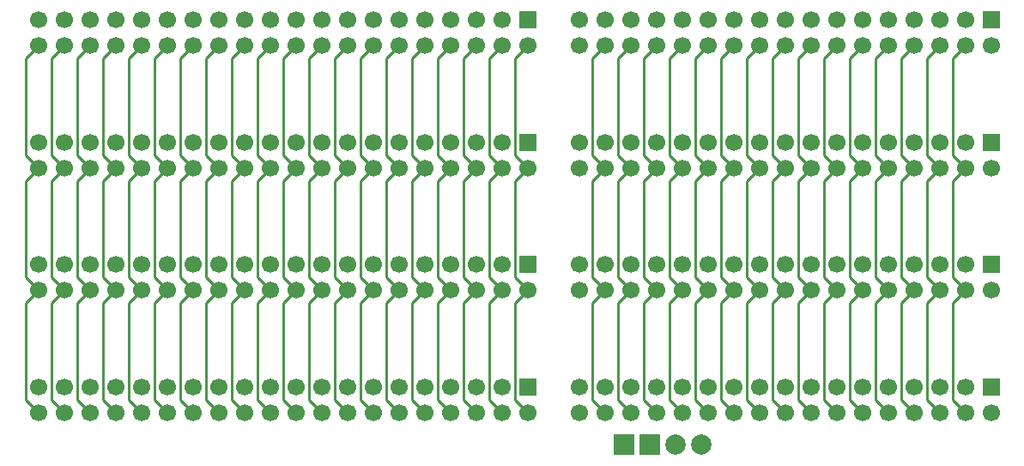
<source format=gbr>
G04 DipTrace 4.3.0.5*
G04 2 - Bottom.gbr*
%MOMM*%
G04 #@! TF.FileFunction,Copper,L2,Bot*
G04 #@! TF.Part,Single*
G04 #@! TA.AperFunction,Conductor*
%ADD10C,0.25*%
G04 #@! TA.AperFunction,ComponentPad*
%ADD18R,1.7X1.7*%
%ADD19C,1.7*%
%ADD20R,2.0X2.0*%
%ADD21C,2.0*%
%FSLAX35Y35*%
G04*
G71*
G90*
G75*
G01*
G04 Bottom*
%LPD*%
X4445000Y-254000D2*
D10*
X4318000Y-381000D1*
Y-1333500D1*
X4445000Y-1460500D1*
X4318000Y-1587500D1*
Y-2540000D1*
X4445000Y-2667000D1*
X4318000Y-2794000D1*
Y-3746500D1*
X4445000Y-3873500D1*
X4191000Y-254000D2*
X4064000Y-381000D1*
Y-1333500D1*
X4191000Y-1460500D1*
X4064000Y-1587500D1*
Y-2540000D1*
X4191000Y-2667000D1*
X4064000Y-2794000D1*
Y-3746500D1*
X4191000Y-3873500D1*
X3937000Y-254000D2*
X3810000Y-381000D1*
Y-1333500D1*
X3937000Y-1460500D1*
X3810000Y-1587500D1*
Y-2540000D1*
X3937000Y-2667000D1*
X3810000Y-2794000D1*
Y-3746500D1*
X3937000Y-3873500D1*
X3683000Y-254000D2*
X3556000Y-381000D1*
Y-1333500D1*
X3683000Y-1460500D1*
X3556000Y-1587500D1*
Y-2540000D1*
X3683000Y-2667000D1*
X3556000Y-2794000D1*
Y-3746500D1*
X3683000Y-3873500D1*
X3429000Y-254000D2*
X3302000Y-381000D1*
Y-1333500D1*
X3429000Y-1460500D1*
X3302000Y-1587500D1*
Y-2540000D1*
X3429000Y-2667000D1*
X3302000Y-2794000D1*
Y-3746500D1*
X3429000Y-3873500D1*
X3175000Y-254000D2*
X3048000Y-381000D1*
Y-1333500D1*
X3175000Y-1460500D1*
X3048000Y-1587500D1*
Y-2540000D1*
X3175000Y-2667000D1*
X3048000Y-2794000D1*
Y-3746500D1*
X3175000Y-3873500D1*
X2921000Y-254000D2*
X2794000Y-381000D1*
Y-1333500D1*
X2921000Y-1460500D1*
X2794000Y-1587500D1*
Y-2540000D1*
X2921000Y-2667000D1*
X2794000Y-2794000D1*
Y-3746500D1*
X2921000Y-3873500D1*
X2667000Y-254000D2*
X2540000Y-381000D1*
Y-1333500D1*
X2667000Y-1460500D1*
X2540000Y-1587500D1*
Y-2540000D1*
X2667000Y-2667000D1*
X2540000Y-2794000D1*
Y-3746500D1*
X2667000Y-3873500D1*
X2413000Y-254000D2*
X2286000Y-381000D1*
Y-1333500D1*
X2413000Y-1460500D1*
X2286000Y-1587500D1*
Y-2540000D1*
X2413000Y-2667000D1*
X2286000Y-2794000D1*
Y-3746500D1*
X2413000Y-3873500D1*
X2159000Y-254000D2*
X2032000Y-381000D1*
Y-1333500D1*
X2159000Y-1460500D1*
X2032000Y-1587500D1*
Y-2540000D1*
X2159000Y-2667000D1*
X2032000Y-2794000D1*
Y-3746500D1*
X2159000Y-3873500D1*
X1905000Y-254000D2*
X1778000Y-381000D1*
Y-1333500D1*
X1905000Y-1460500D1*
X1778000Y-1587500D1*
Y-2540000D1*
X1905000Y-2667000D1*
X1778000Y-2794000D1*
Y-3746500D1*
X1905000Y-3873500D1*
X1651000Y-254000D2*
X1524000Y-381000D1*
Y-1333500D1*
X1651000Y-1460500D1*
X1524000Y-1587500D1*
Y-2540000D1*
X1651000Y-2667000D1*
X1524000Y-2794000D1*
Y-3746500D1*
X1651000Y-3873500D1*
X1397000Y-254000D2*
X1270000Y-381000D1*
Y-1333500D1*
X1397000Y-1460500D1*
X1270000Y-1587500D1*
Y-2540000D1*
X1397000Y-2667000D1*
X1270000Y-2794000D1*
Y-3746500D1*
X1397000Y-3873500D1*
X1143000Y-254000D2*
X1016000Y-381000D1*
Y-1333500D1*
X1143000Y-1460500D1*
X1016000Y-1587500D1*
Y-2540000D1*
X1143000Y-2667000D1*
X1016000Y-2794000D1*
Y-3746500D1*
X1143000Y-3873500D1*
X889000Y-254000D2*
X762000Y-381000D1*
Y-1333500D1*
X889000Y-1460500D1*
X762000Y-1587500D1*
Y-2540000D1*
X889000Y-2667000D1*
X762000Y-2794000D1*
Y-3746500D1*
X889000Y-3873500D1*
X127000Y-254000D2*
X0Y-381000D1*
Y-1333500D1*
X127000Y-1460500D1*
X0Y-1587500D1*
Y-2540000D1*
X127000Y-2667000D1*
X0Y-2794000D1*
Y-3746500D1*
X127000Y-3873500D1*
X-127000Y-254000D2*
X-254000Y-381000D1*
Y-1333500D1*
X-127000Y-1460500D1*
X-254000Y-1587500D1*
Y-2540000D1*
X-127000Y-2667000D1*
X-254000Y-2794000D1*
Y-3746500D1*
X-127000Y-3873500D1*
X-381000Y-254000D2*
X-508000Y-381000D1*
Y-1333500D1*
X-381000Y-1460500D1*
X-508000Y-1587500D1*
Y-2540000D1*
X-381000Y-2667000D1*
X-508000Y-2794000D1*
Y-3746500D1*
X-381000Y-3873500D1*
X-635000Y-254000D2*
X-762000Y-381000D1*
Y-1333500D1*
X-635000Y-1460500D1*
X-762000Y-1587500D1*
Y-2540000D1*
X-635000Y-2667000D1*
X-762000Y-2794000D1*
Y-3746500D1*
X-635000Y-3873500D1*
X-889000Y-254000D2*
X-1016000Y-381000D1*
Y-1333500D1*
X-889000Y-1460500D1*
X-1016000Y-1587500D1*
Y-2540000D1*
X-889000Y-2667000D1*
X-1016000Y-2794000D1*
Y-3746500D1*
X-889000Y-3873500D1*
X-2413000Y-254000D2*
X-2540000Y-381000D1*
Y-1333500D1*
X-2413000Y-1460500D1*
X-2540000Y-1587500D1*
Y-2540000D1*
X-2413000Y-2667000D1*
X-2540000Y-2794000D1*
Y-3746500D1*
X-2413000Y-3873500D1*
X-2667000Y-254000D2*
X-2794000Y-381000D1*
Y-1333500D1*
X-2667000Y-1460500D1*
X-2794000Y-1587500D1*
Y-2540000D1*
X-2667000Y-2667000D1*
X-2794000Y-2794000D1*
Y-3746500D1*
X-2667000Y-3873500D1*
X-2921000Y-254000D2*
X-3048000Y-381000D1*
Y-1333500D1*
X-2921000Y-1460500D1*
X-3048000Y-1587500D1*
Y-2540000D1*
X-2921000Y-2667000D1*
X-3048000Y-2794000D1*
Y-3746500D1*
X-2921000Y-3873500D1*
X-3175000Y-254000D2*
X-3302000Y-381000D1*
Y-1333500D1*
X-3175000Y-1460500D1*
X-3302000Y-1587500D1*
Y-2540000D1*
X-3175000Y-2667000D1*
X-3302000Y-2794000D1*
Y-3746500D1*
X-3175000Y-3873500D1*
X-3429000Y-254000D2*
X-3556000Y-381000D1*
Y-1333500D1*
X-3429000Y-1460500D1*
X-3556000Y-1587500D1*
Y-2540000D1*
X-3429000Y-2667000D1*
X-3556000Y-2794000D1*
Y-3746500D1*
X-3429000Y-3873500D1*
X-3683000Y-254000D2*
X-3810000Y-381000D1*
Y-1333500D1*
X-3683000Y-1460500D1*
X-3810000Y-1587500D1*
Y-2540000D1*
X-3683000Y-2667000D1*
X-3810000Y-2794000D1*
Y-3746500D1*
X-3683000Y-3873500D1*
X-3937000Y-254000D2*
X-4064000Y-381000D1*
Y-1333500D1*
X-3937000Y-1460500D1*
X-4064000Y-1587500D1*
Y-2540000D1*
X-3937000Y-2667000D1*
X-4064000Y-2794000D1*
Y-3746500D1*
X-3937000Y-3873500D1*
X-4191000Y-254000D2*
X-4318000Y-381000D1*
Y-1333500D1*
X-4191000Y-1460500D1*
X-4318000Y-1587500D1*
Y-2540000D1*
X-4191000Y-2667000D1*
X-4318000Y-2794000D1*
Y-3746500D1*
X-4191000Y-3873500D1*
X-4445000Y-254000D2*
X-4572000Y-381000D1*
Y-1333500D1*
X-4445000Y-1460500D1*
X-4572000Y-1587500D1*
Y-2540000D1*
X-4445000Y-2667000D1*
X-4572000Y-2794000D1*
Y-3746500D1*
X-4445000Y-3873500D1*
X-4699000Y-254000D2*
X-4826000Y-381000D1*
Y-1333500D1*
X-4699000Y-1460500D1*
X-4826000Y-1587500D1*
Y-2540000D1*
X-4699000Y-2667000D1*
X-4826000Y-2794000D1*
Y-3746500D1*
X-4699000Y-3873500D1*
X-1143000Y-254000D2*
X-1270000Y-381000D1*
Y-1333500D1*
X-1143000Y-1460500D1*
X-1270000Y-1587500D1*
Y-2540000D1*
X-1143000Y-2667000D1*
X-1270000Y-2794000D1*
Y-3746500D1*
X-1143000Y-3873500D1*
X-1397000Y-254000D2*
X-1524000Y-381000D1*
Y-1333500D1*
X-1397000Y-1460500D1*
X-1524000Y-1587500D1*
Y-2540000D1*
X-1397000Y-2667000D1*
X-1524000Y-2794000D1*
Y-3746500D1*
X-1397000Y-3873500D1*
X-1651000Y-254000D2*
X-1778000Y-381000D1*
Y-1333500D1*
X-1651000Y-1460500D1*
X-1778000Y-1587500D1*
Y-2540000D1*
X-1651000Y-2667000D1*
X-1778000Y-2794000D1*
Y-3746500D1*
X-1651000Y-3873500D1*
X-1905000Y-254000D2*
X-2032000Y-381000D1*
Y-1333500D1*
X-1905000Y-1460500D1*
X-2032000Y-1587500D1*
Y-2540000D1*
X-1905000Y-2667000D1*
X-2032000Y-2794000D1*
Y-3746500D1*
X-1905000Y-3873500D1*
X-2159000Y-254000D2*
X-2286000Y-381000D1*
Y-1333500D1*
X-2159000Y-1460500D1*
X-2286000Y-1587500D1*
Y-2540000D1*
X-2159000Y-2667000D1*
X-2286000Y-2794000D1*
Y-3746500D1*
X-2159000Y-3873500D1*
D18*
X127000Y0D3*
D19*
Y-254000D3*
X-127000Y0D3*
Y-254000D3*
X-381000Y0D3*
Y-254000D3*
X-635000Y0D3*
Y-254000D3*
X-889000Y0D3*
Y-254000D3*
X-1143000Y0D3*
Y-254000D3*
X-1397000Y0D3*
Y-254000D3*
X-1651000Y0D3*
Y-254000D3*
X-1905000Y0D3*
Y-254000D3*
X-2159000Y0D3*
Y-254000D3*
X-2413000Y0D3*
Y-254000D3*
X-2667000Y0D3*
Y-254000D3*
X-2921000Y0D3*
Y-254000D3*
X-3175000Y0D3*
Y-254000D3*
X-3429000Y0D3*
Y-254000D3*
X-3683000Y0D3*
Y-254000D3*
X-3937000Y0D3*
Y-254000D3*
X-4191000Y0D3*
Y-254000D3*
X-4445000Y0D3*
Y-254000D3*
X-4699000Y0D3*
Y-254000D3*
D18*
X127000Y-1206500D3*
D19*
Y-1460500D3*
X-127000Y-1206500D3*
Y-1460500D3*
X-381000Y-1206500D3*
Y-1460500D3*
X-635000Y-1206500D3*
Y-1460500D3*
X-889000Y-1206500D3*
Y-1460500D3*
X-1143000Y-1206500D3*
Y-1460500D3*
X-1397000Y-1206500D3*
Y-1460500D3*
X-1651000Y-1206500D3*
Y-1460500D3*
X-1905000Y-1206500D3*
Y-1460500D3*
X-2159000Y-1206500D3*
Y-1460500D3*
X-2413000Y-1206500D3*
Y-1460500D3*
X-2667000Y-1206500D3*
Y-1460500D3*
X-2921000Y-1206500D3*
Y-1460500D3*
X-3175000Y-1206500D3*
Y-1460500D3*
X-3429000Y-1206500D3*
Y-1460500D3*
X-3683000Y-1206500D3*
Y-1460500D3*
X-3937000Y-1206500D3*
Y-1460500D3*
X-4191000Y-1206500D3*
Y-1460500D3*
X-4445000Y-1206500D3*
Y-1460500D3*
X-4699000Y-1206500D3*
Y-1460500D3*
D18*
X4699000Y-1206500D3*
D19*
Y-1460500D3*
X4445000Y-1206500D3*
Y-1460500D3*
X4191000Y-1206500D3*
Y-1460500D3*
X3937000Y-1206500D3*
Y-1460500D3*
X3683000Y-1206500D3*
Y-1460500D3*
X3429000Y-1206500D3*
Y-1460500D3*
X3175000Y-1206500D3*
Y-1460500D3*
X2921000Y-1206500D3*
Y-1460500D3*
X2667000Y-1206500D3*
Y-1460500D3*
X2413000Y-1206500D3*
Y-1460500D3*
X2159000Y-1206500D3*
Y-1460500D3*
X1905000Y-1206500D3*
Y-1460500D3*
X1651000Y-1206500D3*
Y-1460500D3*
X1397000Y-1206500D3*
Y-1460500D3*
X1143000Y-1206500D3*
Y-1460500D3*
X889000Y-1206500D3*
Y-1460500D3*
X635000Y-1206500D3*
Y-1460500D3*
D18*
X4699000Y0D3*
D19*
Y-254000D3*
X4445000Y0D3*
Y-254000D3*
X4191000Y0D3*
Y-254000D3*
X3937000Y0D3*
Y-254000D3*
X3683000Y0D3*
Y-254000D3*
X3429000Y0D3*
Y-254000D3*
X3175000Y0D3*
Y-254000D3*
X2921000Y0D3*
Y-254000D3*
X2667000Y0D3*
Y-254000D3*
X2413000Y0D3*
Y-254000D3*
X2159000Y0D3*
Y-254000D3*
X1905000Y0D3*
Y-254000D3*
X1651000Y0D3*
Y-254000D3*
X1397000Y0D3*
Y-254000D3*
X1143000Y0D3*
Y-254000D3*
X889000Y0D3*
Y-254000D3*
X635000Y0D3*
Y-254000D3*
D18*
X127000Y-2413000D3*
D19*
Y-2667000D3*
X-127000Y-2413000D3*
Y-2667000D3*
X-381000Y-2413000D3*
Y-2667000D3*
X-635000Y-2413000D3*
Y-2667000D3*
X-889000Y-2413000D3*
Y-2667000D3*
X-1143000Y-2413000D3*
Y-2667000D3*
X-1397000Y-2413000D3*
Y-2667000D3*
X-1651000Y-2413000D3*
Y-2667000D3*
X-1905000Y-2413000D3*
Y-2667000D3*
X-2159000Y-2413000D3*
Y-2667000D3*
X-2413000Y-2413000D3*
Y-2667000D3*
X-2667000Y-2413000D3*
Y-2667000D3*
X-2921000Y-2413000D3*
Y-2667000D3*
X-3175000Y-2413000D3*
Y-2667000D3*
X-3429000Y-2413000D3*
Y-2667000D3*
X-3683000Y-2413000D3*
Y-2667000D3*
X-3937000Y-2413000D3*
Y-2667000D3*
X-4191000Y-2413000D3*
Y-2667000D3*
X-4445000Y-2413000D3*
Y-2667000D3*
X-4699000Y-2413000D3*
Y-2667000D3*
D18*
X4699000Y-2413000D3*
D19*
Y-2667000D3*
X4445000Y-2413000D3*
Y-2667000D3*
X4191000Y-2413000D3*
Y-2667000D3*
X3937000Y-2413000D3*
Y-2667000D3*
X3683000Y-2413000D3*
Y-2667000D3*
X3429000Y-2413000D3*
Y-2667000D3*
X3175000Y-2413000D3*
Y-2667000D3*
X2921000Y-2413000D3*
Y-2667000D3*
X2667000Y-2413000D3*
Y-2667000D3*
X2413000Y-2413000D3*
Y-2667000D3*
X2159000Y-2413000D3*
Y-2667000D3*
X1905000Y-2413000D3*
Y-2667000D3*
X1651000Y-2413000D3*
Y-2667000D3*
X1397000Y-2413000D3*
Y-2667000D3*
X1143000Y-2413000D3*
Y-2667000D3*
X889000Y-2413000D3*
Y-2667000D3*
X635000Y-2413000D3*
Y-2667000D3*
D18*
X127000Y-3619500D3*
D19*
Y-3873500D3*
X-127000Y-3619500D3*
Y-3873500D3*
X-381000Y-3619500D3*
Y-3873500D3*
X-635000Y-3619500D3*
Y-3873500D3*
X-889000Y-3619500D3*
Y-3873500D3*
X-1143000Y-3619500D3*
Y-3873500D3*
X-1397000Y-3619500D3*
Y-3873500D3*
X-1651000Y-3619500D3*
Y-3873500D3*
X-1905000Y-3619500D3*
Y-3873500D3*
X-2159000Y-3619500D3*
Y-3873500D3*
X-2413000Y-3619500D3*
Y-3873500D3*
X-2667000Y-3619500D3*
Y-3873500D3*
X-2921000Y-3619500D3*
Y-3873500D3*
X-3175000Y-3619500D3*
Y-3873500D3*
X-3429000Y-3619500D3*
Y-3873500D3*
X-3683000Y-3619500D3*
Y-3873500D3*
X-3937000Y-3619500D3*
Y-3873500D3*
X-4191000Y-3619500D3*
Y-3873500D3*
X-4445000Y-3619500D3*
Y-3873500D3*
X-4699000Y-3619500D3*
Y-3873500D3*
D18*
X4699000Y-3619500D3*
D19*
Y-3873500D3*
X4445000Y-3619500D3*
Y-3873500D3*
X4191000Y-3619500D3*
Y-3873500D3*
X3937000Y-3619500D3*
Y-3873500D3*
X3683000Y-3619500D3*
Y-3873500D3*
X3429000Y-3619500D3*
Y-3873500D3*
X3175000Y-3619500D3*
Y-3873500D3*
X2921000Y-3619500D3*
Y-3873500D3*
X2667000Y-3619500D3*
Y-3873500D3*
X2413000Y-3619500D3*
Y-3873500D3*
X2159000Y-3619500D3*
Y-3873500D3*
X1905000Y-3619500D3*
Y-3873500D3*
X1651000Y-3619500D3*
Y-3873500D3*
X1397000Y-3619500D3*
Y-3873500D3*
X1143000Y-3619500D3*
Y-3873500D3*
X889000Y-3619500D3*
Y-3873500D3*
X635000Y-3619500D3*
Y-3873500D3*
D20*
X1079500Y-4191000D3*
X1333500D3*
D21*
X1587500D3*
X1841500D3*
M02*

</source>
